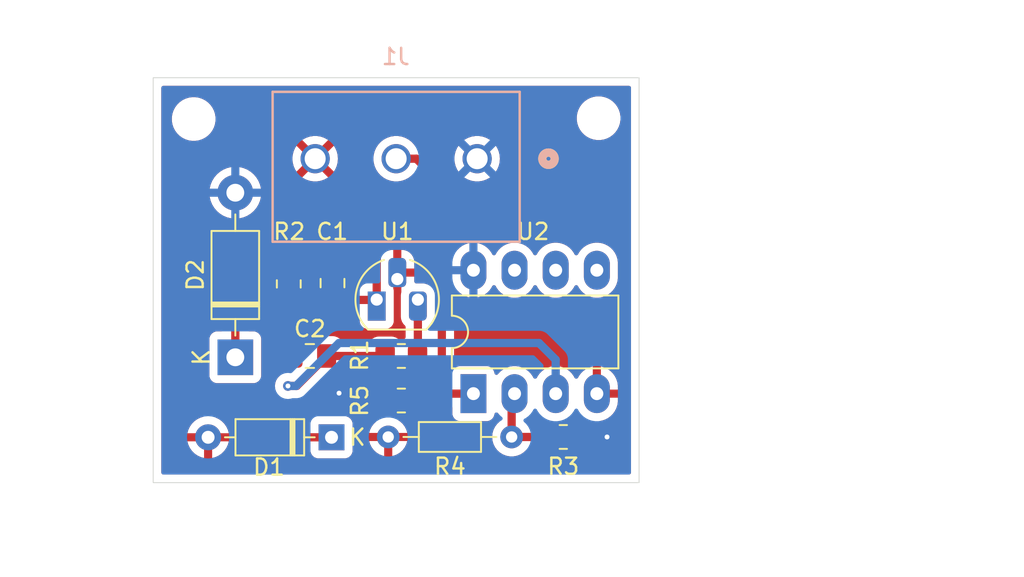
<source format=kicad_pcb>
(kicad_pcb (version 20240108) (generator "pcbnew") (generator_version "8.0")
  (layers (0 "F.Cu" signal) (31 "B.Cu" signal) (34 "B.Paste" user) (35 "F.Paste" user) (36 "B.SilkS" user "B.Silkscreen") (37 "F.SilkS" user "F.Silkscreen") (38 "B.Mask" user) (39 "F.Mask" user) (44 "Edge.Cuts" user))
  (net 0 "")
  (net 1 "GND")
  (net 2 "Net-(D1-K)")
  (net 3 "Net-(U2A-+)")
  (net 4 "+5V")
  (net 5 "Net-(D2-K)")
  (net 6 "/OUT_5V")
  (net 7 "Net-(U1-OUT)")
  (net 8 "Net-(U2A--)")
  (footprint "MountingHole:MountingHole_2.2mm_M2" (layer "F.Cu") (at 127.5 82.55)
    (property "Reference" "REF**" (hide yes))
    (property "Value" "MountingHole_2.2mm_M2" (hide yes))
    (pad "" np_thru_hole circle (at 0 0) (size 2.2 2.2) (drill 2.2) (layers "*.Cu" "*.Mask"))
  )
  (footprint "Resistor_THT:R_Axial_DIN0204_L3.6mm_D1.6mm_P7.62mm_Horizontal" (layer "F.Cu") (at 147.13 102.18 180)
    (property "Reference" "R4" (at 3.81 -1.82 0) (layer "F.SilkS"))
    (property "Value" "500" (hide yes))
    (fp_line (start 6.68 0) (end 5.73 0) (stroke (width 0.12)) (layer "F.SilkS"))
    (fp_line (start 5.73 0.92) (end 5.73 -0.92) (stroke (width 0.12)) (layer "F.SilkS"))
    (fp_line (start 5.73 -0.92) (end 1.89 -0.92) (stroke (width 0.12)) (layer "F.SilkS"))
    (fp_line (start 1.89 0.92) (end 5.73 0.92) (stroke (width 0.12)) (layer "F.SilkS"))
    (fp_line (start 1.89 -0.92) (end 1.89 0.92) (stroke (width 0.12)) (layer "F.SilkS"))
    (fp_line (start 0.94 0) (end 1.89 0) (stroke (width 0.12)) (layer "F.SilkS"))
    (pad "1" thru_hole circle (at 0 0 180) (size 1.4 1.4) (drill 0.7) (layers "*.Cu" "*.Mask") (net 8 "Net-(U2A--)"))
    (pad "2" thru_hole oval (at 7.62 0 180) (size 1.4 1.4) (drill 0.7) (layers "*.Cu" "*.Mask") (net 1 "GND"))
  )
  (footprint "Diode_THT:D_DO-35_SOD27_P7.62mm_Horizontal" (layer "F.Cu") (at 136.01 102.2 180)
    (property "Reference" "D1" (at 3.86 -1.85 0) (layer "F.SilkS"))
    (property "Value" "D_Zener" (hide yes))
    (fp_line (start 6.58 0) (end 5.93 0) (stroke (width 0.12)) (layer "F.SilkS"))
    (fp_line (start 5.93 1.12) (end 5.93 -1.12) (stroke (width 0.12)) (layer "F.SilkS"))
    (fp_line (start 5.93 -1.12) (end 1.69 -1.12) (stroke (width 0.12)) (layer "F.SilkS"))
    (fp_line (start 2.53 -1.12) (end 2.53 1.12) (stroke (width 0.12)) (layer "F.SilkS"))
    (fp_line (start 2.41 -1.12) (end 2.41 1.12) (stroke (width 0.12)) (layer "F.SilkS"))
    (fp_line (start 2.29 -1.12) (end 2.29 1.12) (stroke (width 0.12)) (layer "F.SilkS"))
    (fp_line (start 1.69 1.12) (end 5.93 1.12) (stroke (width 0.12)) (layer "F.SilkS"))
    (fp_line (start 1.69 -1.12) (end 1.69 1.12) (stroke (width 0.12)) (layer "F.SilkS"))
    (fp_line (start 1.04 0) (end 1.69 0) (stroke (width 0.12)) (layer "F.SilkS"))
    (fp_text user "K" (at -1.59 0 0) (layer "F.SilkS"))
    (pad "1" thru_hole rect (at 0 0 180) (size 1.6 1.6) (drill 0.8) (layers "*.Cu" "*.Mask") (net 2 "Net-(D1-K)"))
    (pad "2" thru_hole oval (at 7.62 0 180) (size 1.6 1.6) (drill 0.8) (layers "*.Cu" "*.Mask") (net 1 "GND"))
  )
  (footprint "Diode_THT:D_DO-41_SOD81_P10.16mm_Horizontal" (layer "F.Cu") (at 130.07 97.26 90)
    (property "Reference" "D2" (at 5.08 -2.47 90) (layer "F.SilkS"))
    (property "Value" "1N4004-TP" (hide yes))
    (fp_line (start 7.8 -1.47) (end 2.36 -1.47) (stroke (width 0.12)) (layer "F.SilkS"))
    (fp_line (start 3.38 -1.47) (end 3.38 1.47) (stroke (width 0.12)) (layer "F.SilkS"))
    (fp_line (start 3.26 -1.47) (end 3.26 1.47) (stroke (width 0.12)) (layer "F.SilkS"))
    (fp_line (start 3.14 -1.47) (end 3.14 1.47) (stroke (width 0.12)) (layer "F.SilkS"))
    (fp_line (start 2.36 -1.47) (end 2.36 1.47) (stroke (width 0.12)) (layer "F.SilkS"))
    (fp_line (start 8.82 0) (end 7.8 0) (stroke (width 0.12)) (layer "F.SilkS"))
    (fp_line (start 1.34 0) (end 2.36 0) (stroke (width 0.12)) (layer "F.SilkS"))
    (fp_line (start 7.8 1.47) (end 7.8 -1.47) (stroke (width 0.12)) (layer "F.SilkS"))
    (fp_line (start 2.36 1.47) (end 7.8 1.47) (stroke (width 0.12)) (layer "F.SilkS"))
    (fp_text user "K" (at 0 -2.1 90) (layer "F.SilkS"))
    (pad "1" thru_hole rect (at 0 0 90) (size 2.2 2.2) (drill 1.1) (layers "*.Cu" "*.Mask") (net 5 "Net-(D2-K)"))
    (pad "2" thru_hole oval (at 10.16 0 90) (size 2.2 2.2) (drill 1.1) (layers "*.Cu" "*.Mask") (net 4 "+5V"))
  )
  (footprint "Package_TO_SOT_THT:TO-92L_HandSolder" (layer "F.Cu") (at 138.8 93.7)
    (property "Reference" "U1" (at 1.27 -4.2 0) (layer "F.SilkS"))
    (property "Value" "US5881" (hide yes))
    (fp_line (start -0.53 1.85) (end 3.07 1.85) (stroke (width 0.12)) (layer "F.SilkS"))
    (fp_arc (start -0.541453 1.842156) (mid -1.247298 -0.581475) (end 0.45 -2.45) (stroke (width 0.12)) (layer "F.SilkS"))
    (fp_arc (start 2.05 -2.45) (mid 3.769931 -0.601036) (end 3.078445 1.827684) (stroke (width 0.12)) (layer "F.SilkS"))
    (pad "1" thru_hole rect (at 0 0) (size 1.1 1.8) (drill 0.75 (offset 0 0.4)) (layers "*.Cu" "*.Mask") (net 2 "Net-(D1-K)"))
    (pad "2" thru_hole roundrect (at 1.27 -1.27) (size 1.1 1.8) (drill 0.75 (offset 0 -0.4)) (layers "*.Cu" "*.Mask") (net 1 "GND"))
    (pad "3" thru_hole roundrect (at 2.54 0) (size 1.1 1.8) (drill 0.75 (offset 0 0.4)) (layers "*.Cu" "*.Mask") (net 7 "Net-(U1-OUT)"))
  )
  (footprint "Package_DIP:DIP-8_W7.62mm_LongPads" (layer "F.Cu") (at 144.77 99.505 90)
    (property "Reference" "U2" (at 10.005 3.68 180) (layer "F.SilkS"))
    (property "Value" "LM393" (hide yes))
    (fp_line (start 6.06 -1.33) (end 4.81 -1.33) (stroke (width 0.12)) (layer "F.SilkS"))
    (fp_line (start 2.81 -1.33) (end 1.56 -1.33) (stroke (width 0.12)) (layer "F.SilkS"))
    (fp_line (start 1.56 -1.33) (end 1.56 8.95) (stroke (width 0.12)) (layer "F.SilkS"))
    (fp_line (start 6.06 8.95) (end 6.06 -1.33) (stroke (width 0.12)) (layer "F.SilkS"))
    (fp_line (start 1.56 8.95) (end 6.06 8.95) (stroke (width 0.12)) (layer "F.SilkS"))
    (fp_arc (start 4.81 -1.33) (mid 3.81 -0.33) (end 2.81 -1.33) (stroke (width 0.12)) (layer "F.SilkS"))
    (pad "1" thru_hole rect (at 0 0 90) (size 2.4 1.6) (drill 0.8) (layers "*.Cu" "*.Mask") (net 6 "/OUT_5V"))
    (pad "2" thru_hole oval (at 0 2.54 90) (size 2.4 1.6) (drill 0.8) (layers "*.Cu" "*.Mask") (net 8 "Net-(U2A--)"))
    (pad "3" thru_hole oval (at 0 5.08 90) (size 2.4 1.6) (drill 0.8) (layers "*.Cu" "*.Mask") (net 3 "Net-(U2A-+)"))
    (pad "4" thru_hole oval (at 0 7.62 90) (size 2.4 1.6) (drill 0.8) (layers "*.Cu" "*.Mask") (net 1 "GND"))
    (pad "5" thru_hole oval (at 7.62 7.62 90) (size 2.4 1.6) (drill 0.8) (layers "*.Cu" "*.Mask"))
    (pad "6" thru_hole oval (at 7.62 5.08 90) (size 2.4 1.6) (drill 0.8) (layers "*.Cu" "*.Mask"))
    (pad "7" thru_hole oval (at 7.62 2.54 90) (size 2.4 1.6) (drill 0.8) (layers "*.Cu" "*.Mask"))
    (pad "8" thru_hole oval (at 7.62 0 90) (size 2.4 1.6) (drill 0.8) (layers "*.Cu" "*.Mask") (net 4 "+5V"))
  )
  (footprint "Resistor_SMD:R_0805_2012Metric_Pad1.20x1.40mm_HandSolder" (layer "F.Cu") (at 140.32 99.93)
    (property "Reference" "R5" (at -2.57 0.02 90) (layer "F.SilkS"))
    (property "Value" "10k")
    (fp_line (start -0.227064 -0.735) (end 0.227064 -0.735) (stroke (width 0.12)) (layer "F.SilkS"))
    (fp_line (start -0.227064 0.735) (end 0.227064 0.735) (stroke (width 0.12)) (layer "F.SilkS"))
    (pad "1" smd roundrect (at -1 0) (size 1.2 1.4) (layers "F.Cu" "F.Paste" "F.Mask") (roundrect_rratio 0.208333) (net 4 "+5V"))
    (pad "2" smd roundrect (at 1 0) (size 1.2 1.4) (layers "F.Cu" "F.Paste" "F.Mask") (roundrect_rratio 0.208333) (net 6 "/OUT_5V"))
  )
  (footprint "Capacitor_SMD:C_0805_2012Metric_Pad1.18x1.45mm_HandSolder" (layer "F.Cu") (at 134.67 97.18)
    (property "Reference" "C2" (at 0 -1.68 0) (layer "F.SilkS"))
    (property "Value" "4.7nF")
    (fp_line (start -0.261252 -0.735) (end 0.261252 -0.735) (stroke (width 0.12)) (layer "F.SilkS"))
    (fp_line (start -0.261252 0.735) (end 0.261252 0.735) (stroke (width 0.12)) (layer "F.SilkS"))
    (pad "1" smd roundrect (at -1.0375 0) (size 1.175 1.45) (layers "F.Cu" "F.Paste" "F.Mask") (roundrect_rratio 0.212766) (net 1 "GND"))
    (pad "2" smd roundrect (at 1.0375 0) (size 1.175 1.45) (layers "F.Cu" "F.Paste" "F.Mask") (roundrect_rratio 0.212766) (net 3 "Net-(U2A-+)"))
  )
  (footprint "MountingHole:MountingHole_2.2mm_M2" (layer "F.Cu") (at 152.5 82.5)
    (property "Reference" "REF**" (hide yes))
    (property "Value" "MountingHole_2.2mm_M2" (hide yes))
    (pad "" np_thru_hole circle (at 0 0) (size 2.2 2.2) (drill 2.2) (layers "*.Cu" "*.Mask"))
  )
  (footprint "Resistor_SMD:R_0805_2012Metric_Pad1.20x1.40mm_HandSolder" (layer "F.Cu") (at 140.32 97.18 180)
    (property "Reference" "R1" (at 2.57 0.03 90) (layer "F.SilkS"))
    (property "Value" "10k" (hide yes))
    (fp_line (start -0.227064 0.735) (end 0.227064 0.735) (stroke (width 0.12)) (layer "F.SilkS"))
    (fp_line (start -0.227064 -0.735) (end 0.227064 -0.735) (stroke (width 0.12)) (layer "F.SilkS"))
    (pad "1" smd roundrect (at -1 0 180) (size 1.2 1.4) (layers "F.Cu" "F.Paste" "F.Mask") (roundrect_rratio 0.208333) (net 7 "Net-(U1-OUT)"))
    (pad "2" smd roundrect (at 1 0 180) (size 1.2 1.4) (layers "F.Cu" "F.Paste" "F.Mask") (roundrect_rratio 0.208333) (net 3 "Net-(U2A-+)"))
  )
  (footprint "Resistor_SMD:R_0805_2012Metric_Pad1.20x1.40mm_HandSolder" (layer "F.Cu") (at 150.32 102.18 180)
    (property "Reference" "R3" (at 0 -1.82 0) (layer "F.SilkS"))
    (property "Value" "10k" (hide yes))
    (fp_line (start -0.227064 0.735) (end 0.227064 0.735) (stroke (width 0.12)) (layer "F.SilkS"))
    (fp_line (start -0.227064 -0.735) (end 0.227064 -0.735) (stroke (width 0.12)) (layer "F.SilkS"))
    (pad "1" smd roundrect (at -1 0 180) (size 1.2 1.4) (layers "F.Cu" "F.Paste" "F.Mask") (roundrect_rratio 0.208333) (net 4 "+5V"))
    (pad "2" smd roundrect (at 1 0 180) (size 1.2 1.4) (layers "F.Cu" "F.Paste" "F.Mask") (roundrect_rratio 0.208333) (net 8 "Net-(U2A--)"))
  )
  (footprint "Resistor_SMD:R_0805_2012Metric_Pad1.20x1.40mm_HandSolder" (layer "F.Cu") (at 133.37 92.73 90)
    (property "Reference" "R2" (at 3.23 0.03 180) (layer "F.SilkS"))
    (property "Value" "100" (hide yes))
    (fp_line (start -0.227064 -0.735) (end 0.227064 -0.735) (stroke (width 0.12)) (layer "F.SilkS"))
    (fp_line (start -0.227064 0.735) (end 0.227064 0.735) (stroke (width 0.12)) (layer "F.SilkS"))
    (pad "1" smd roundrect (at -1 0 90) (size 1.2 1.4) (layers "F.Cu" "F.Paste" "F.Mask") (roundrect_rratio 0.208333) (net 5 "Net-(D2-K)"))
    (pad "2" smd roundrect (at 1 0 90) (size 1.2 1.4) (layers "F.Cu" "F.Paste" "F.Mask") (roundrect_rratio 0.208333) (net 2 "Net-(D1-K)"))
  )
  (footprint "Capacitor_SMD:C_0805_2012Metric_Pad1.18x1.45mm_HandSolder" (layer "F.Cu") (at 136.07 92.68 90)
    (property "Reference" "C1" (at 3.18 -0.02 180) (layer "F.SilkS"))
    (property "Value" "100nF" (hide yes))
    (fp_line (start -0.261252 -0.735) (end 0.261252 -0.735) (stroke (width 0.12)) (layer "F.SilkS"))
    (fp_line (start -0.261252 0.735) (end 0.261252 0.735) (stroke (width 0.12)) (layer "F.SilkS"))
    (pad "1" smd roundrect (at -1.0375 0 90) (size 1.175 1.45) (layers "F.Cu" "F.Paste" "F.Mask") (roundrect_rratio 0.212766) (net 2 "Net-(D1-K)"))
    (pad "2" smd roundrect (at 1.0375 0 90) (size 1.175 1.45) (layers "F.Cu" "F.Paste" "F.Mask") (roundrect_rratio 0.212766) (net 1 "GND"))
  )
  (footprint "FootprintLibrary:CONN_3pos_GREEN" (layer "B.Cu") (at 145 85 180)
    (property "Reference" "J1" (at 5.025 6.3 0) (layer "B.SilkS") (effects (justify mirror)))
    (property "Value" "Hall_Vitesse")
    (fp_line (start 12.627001 4.127) (end 12.627001 -5.127) (stroke (width 0.1524)) (layer "B.SilkS"))
    (fp_line (start 12.627001 -5.127) (end -2.627 -5.127) (stroke (width 0.1524)) (layer "B.SilkS"))
    (fp_line (start -2.627 4.127) (end 12.627001 4.127) (stroke (width 0.1524)) (layer "B.SilkS"))
    (fp_line (start -2.627 -5.127) (end -2.627 4.127) (stroke (width 0.1524)) (layer "B.SilkS"))
    (fp_circle (center -4.405 0) (end -4.024 0) (stroke (width 0.508)) (fill none) (layer "B.SilkS"))
    (fp_circle (center -4.405 0) (end -4.024 0) (stroke (width 0.508)) (fill none) (layer "F.SilkS"))
    (pad "1" thru_hole circle (at 0 0 180) (size 1.8034 1.8034) (drill 1.2954) (layers "*.Cu" "*.Mask") (net 4 "+5V"))
    (pad "2" thru_hole circle (at 5 0 180) (size 1.8034 1.8034) (drill 1.2954) (layers "*.Cu" "*.Mask") (net 6 "/OUT_5V"))
    (pad "3" thru_hole circle (at 10 0 180) (size 1.8034 1.8034) (drill 1.2954) (layers "*.Cu" "*.Mask") (net 1 "GND"))
  )
  (gr_rect (start 125 80) (end 155 105) (stroke (width 0.05)) (fill none) (layer "Edge.Cuts"))
  (segment (start 132.75 101.8) (end 133.15 102.2) (width 0.508) (layer "F.Cu") (net 2))
  (segment (start 132.75 100.55) (end 132.75 101.8) (width 0.508) (layer "F.Cu") (net 2))
  (segment (start 128.3 100) (end 132.2 100) (width 0.508) (layer "F.Cu") (net 2))
  (segment (start 138.7825 93.7175) (end 138.8 93.7) (width 0.508) (layer "F.Cu") (net 2))
  (segment (start 138.8 91.16) (end 138.241 90.601) (width 0.508) (layer "F.Cu") (net 2))
  (segment (start 127.07 91.93) (end 127.07 98.77) (width 0.508) (layer "F.Cu") (net 2))
  (segment (start 133.37 91.73) (end 133.37 90.601) (width 0.508) (layer "F.Cu") (net 2))
  (segment (start 138.241 90.601) (end 133.37 90.601) (width 0.508) (layer "F.Cu") (net 2))
  (segment (start 128.399 90.601) (end 127.07 91.93) (width 0.508) (layer "F.Cu") (net 2))
  (segment (start 133.37 90.601) (end 128.399 90.601) (width 0.508) (layer "F.Cu") (net 2))
  (segment (start 133.15 102.2) (end 136.06 102.2) (width 0.508) (layer "F.Cu") (net 2))
  (segment (start 136.07 93.7175) (end 138.7825 93.7175) (width 0.508) (layer "F.Cu") (net 2))
  (segment (start 127.07 98.77) (end 128.3 100) (width 0.508) (layer "F.Cu") (net 2))
  (segment (start 138.8 93.7) (end 138.8 91.16) (width 0.508) (layer "F.Cu") (net 2))
  (segment (start 132.2 100) (end 132.75 100.55) (width 0.508) (layer "F.Cu") (net 2))
  (segment (start 139.32 97.18) (end 135.7075 97.18) (width 0.508) (layer "F.Cu") (net 3))
  (segment (start 133.8575 99.03) (end 135.7075 97.18) (width 0.508) (layer "F.Cu") (net 3))
  (segment (start 133.32 99.03) (end 133.8575 99.03) (width 0.508) (layer "F.Cu") (net 3))
  (via (at 133.32 99.03) (size 0.6) (drill 0.3) (layers "F.Cu" "B.Cu") (net 3))
  (segment (start 133.32 99.03) (end 133.82 99.03) (width 0.508) (layer "B.Cu") (net 3))
  (segment (start 136.47 96.38) (end 148.82 96.38) (width 0.508) (layer "B.Cu") (net 3))
  (segment (start 148.82 96.38) (end 149.85 97.41) (width 0.508) (layer "B.Cu") (net 3))
  (segment (start 133.82 99.03) (end 136.47 96.38) (width 0.508) (layer "B.Cu") (net 3))
  (segment (start 149.85 97.41) (end 149.85 99.505) (width 0.508) (layer "B.Cu") (net 3))
  (segment (start 136.93 99.93) (end 139.32 99.93) (width 0.508) (layer "F.Cu") (net 4))
  (segment (start 153.02 102.18) (end 151.32 102.18) (width 0.508) (layer "F.Cu") (net 4))
  (segment (start 136.475 99.475) (end 136.93 99.93) (width 0.508) (layer "F.Cu") (net 4))
  (via (at 153.02 102.18) (size 0.6) (drill 0.3) (layers "F.Cu" "B.Cu") (net 4))
  (via (at 136.475 99.475) (size 0.6) (drill 0.3) (layers "F.Cu" "B.Cu") (net 4))
  (segment (start 133.37 93.73) (end 130.62 93.73) (width 0.508) (layer "F.Cu") (net 5))
  (segment (start 130.62 93.73) (end 130.07 94.28) (width 0.508) (layer "F.Cu") (net 5))
  (segment (start 130.07 94.28) (end 130.07 97.26) (width 0.508) (layer "F.Cu") (net 5))
  (segment (start 142.82 99.43) (end 142.32 99.93) (width 0.508) (layer "F.Cu") (net 6))
  (segment (start 140 85) (end 141.25 85) (width 0.508) (layer "F.Cu") (net 6))
  (segment (start 142.32 99.93) (end 141.32 99.93) (width 0.508) (layer "F.Cu") (net 6))
  (segment (start 141.25 85) (end 142.82 86.57) (width 0.508) (layer "F.Cu") (net 6))
  (segment (start 142.82 86.57) (end 142.82 99.43) (width 0.508) (layer "F.Cu") (net 6))
  (segment (start 144.77 99.505) (end 142.895 99.505) (width 0.508) (layer "F.Cu") (net 6))
  (segment (start 141.34 97.16) (end 141.32 97.18) (width 0.508) (layer "F.Cu") (net 7))
  (segment (start 141.34 93.7) (end 141.34 97.16) (width 0.508) (layer "F.Cu") (net 7))
  (segment (start 147.13 102.18) (end 149.32 102.18) (width 0.508) (layer "F.Cu") (net 8))
  (segment (start 147.31 99.505) (end 147.13 99.685) (width 0.508) (layer "F.Cu") (net 8))
  (segment (start 147.13 99.685) (end 147.13 102.18) (width 0.508) (layer "F.Cu") (net 8))
  (zone (net 1) (net_name "GND") (layer "F.Cu") (connect_pads (clearance 0.5)) (min_thickness 0.25) (fill yes (thermal_gap 0.5) (thermal_bridge_width 0.5))
    (polygon (pts (xy 124.5 79.5) (xy 155.5 79.5) (xy 155.5 106) (xy 124.5 106)))
  )
  (zone (net 4) (net_name "+5V") (layer "B.Cu") (priority 1) (connect_pads (clearance 0.5)) (min_thickness 0.25) (fill yes (thermal_gap 0.5) (thermal_bridge_width 0.5))
    (polygon (pts (xy 124.5 79.5) (xy 155.5 79.5) (xy 155.5 106) (xy 124.5 106)))
  )
)
</source>
